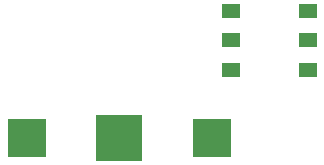
<source format=gbr>
G04 #@! TF.GenerationSoftware,KiCad,Pcbnew,(5.0.2)-1*
G04 #@! TF.CreationDate,2019-01-23T22:06:34-08:00*
G04 #@! TF.ProjectId,heart,68656172-742e-46b6-9963-61645f706362,rev?*
G04 #@! TF.SameCoordinates,Original*
G04 #@! TF.FileFunction,Paste,Bot*
G04 #@! TF.FilePolarity,Positive*
%FSLAX46Y46*%
G04 Gerber Fmt 4.6, Leading zero omitted, Abs format (unit mm)*
G04 Created by KiCad (PCBNEW (5.0.2)-1) date 1/23/2019 10:06:34 PM*
%MOMM*%
%LPD*%
G01*
G04 APERTURE LIST*
%ADD10R,3.180000X3.180000*%
%ADD11R,3.960000X3.960000*%
%ADD12R,1.500000X1.200000*%
G04 APERTURE END LIST*
D10*
G04 #@! TO.C,BT1*
X-11080560Y16139160D03*
X4659440Y16139160D03*
D11*
X-3210560Y16139160D03*
G04 #@! TD*
D12*
G04 #@! TO.C,SW2*
X12724200Y26878920D03*
X12724200Y24378920D03*
X12724200Y21878920D03*
X6224200Y26878920D03*
X6224200Y24378920D03*
X6224200Y21878920D03*
G04 #@! TD*
M02*

</source>
